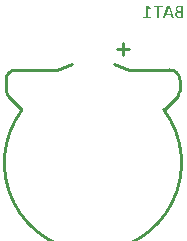
<source format=gbo>
G04*
G04 #@! TF.GenerationSoftware,Altium Limited,Altium Designer,18.1.2 (67)*
G04*
G04 Layer_Color=32896*
%FSLAX25Y25*%
%MOIN*%
G70*
G01*
G75*
%ADD16C,0.01000*%
G36*
X253507Y177321D02*
X253312Y176856D01*
X252334Y177384D01*
Y174407D01*
X253382D01*
Y173900D01*
X250821D01*
Y174407D01*
X251730D01*
Y178001D01*
X252216D01*
X253507Y177321D01*
D02*
G37*
G36*
X264000Y173900D02*
X262952D01*
X262820Y173907D01*
X262695Y173914D01*
X262584Y173928D01*
X262487Y173942D01*
X262411Y173956D01*
X262348Y173962D01*
X262314Y173976D01*
X262300D01*
X262189Y174011D01*
X262091Y174046D01*
X262008Y174087D01*
X261932Y174129D01*
X261876Y174157D01*
X261828Y174185D01*
X261800Y174205D01*
X261793Y174212D01*
X261717Y174275D01*
X261654Y174337D01*
X261599Y174407D01*
X261557Y174462D01*
X261522Y174518D01*
X261495Y174559D01*
X261481Y174587D01*
X261474Y174594D01*
X261432Y174684D01*
X261404Y174774D01*
X261384Y174865D01*
X261370Y174941D01*
X261363Y175017D01*
X261356Y175073D01*
Y175108D01*
Y175121D01*
X261370Y175260D01*
X261377Y175323D01*
X261391Y175378D01*
X261404Y175420D01*
X261411Y175455D01*
X261425Y175475D01*
Y175482D01*
X261481Y175600D01*
X261508Y175649D01*
X261536Y175690D01*
X261557Y175718D01*
X261578Y175746D01*
X261592Y175760D01*
X261599Y175767D01*
X261682Y175850D01*
X261765Y175906D01*
X261800Y175933D01*
X261828Y175947D01*
X261849Y175961D01*
X261856D01*
X261967Y176010D01*
X262064Y176044D01*
X262105Y176051D01*
X262140Y176058D01*
X262161Y176065D01*
X262168D01*
X262043Y176114D01*
X261939Y176169D01*
X261849Y176232D01*
X261779Y176287D01*
X261731Y176336D01*
X261689Y176378D01*
X261668Y176412D01*
X261661Y176419D01*
X261606Y176509D01*
X261571Y176607D01*
X261543Y176704D01*
X261522Y176794D01*
X261508Y176870D01*
X261502Y176933D01*
Y176974D01*
Y176981D01*
Y176988D01*
X261508Y177078D01*
X261515Y177162D01*
X261557Y177314D01*
X261627Y177446D01*
X261710Y177564D01*
X261814Y177662D01*
X261925Y177738D01*
X262050Y177807D01*
X262175Y177856D01*
X262300Y177897D01*
X262425Y177925D01*
X262536Y177953D01*
X262640Y177967D01*
X262723Y177974D01*
X262792Y177981D01*
X264000D01*
Y173900D01*
D02*
G37*
G36*
X260946D02*
X260370D01*
X260086Y174788D01*
X258379D01*
X258094Y173900D01*
X257490D01*
X258830Y177981D01*
X259593D01*
X260946Y173900D01*
D02*
G37*
G36*
X257185Y177509D02*
X255977D01*
Y173900D01*
X255415D01*
Y177509D01*
X254208D01*
Y177981D01*
X257185D01*
Y177509D01*
D02*
G37*
%LPC*%
G36*
X263445D02*
X262792D01*
X262716Y177502D01*
X262647Y177495D01*
X262591Y177488D01*
X262543Y177474D01*
X262508Y177467D01*
X262487Y177460D01*
X262480D01*
X262425Y177439D01*
X262376Y177419D01*
X262328Y177398D01*
X262293Y177377D01*
X262265Y177356D01*
X262244Y177342D01*
X262237Y177335D01*
X262230Y177328D01*
X262168Y177266D01*
X262126Y177203D01*
X262112Y177183D01*
X262105Y177162D01*
X262098Y177148D01*
Y177141D01*
X262071Y177058D01*
X262064Y176988D01*
X262057Y176954D01*
Y176933D01*
Y176919D01*
Y176912D01*
X262064Y176794D01*
X262078Y176739D01*
X262085Y176697D01*
X262098Y176655D01*
X262112Y176627D01*
X262119Y176613D01*
Y176607D01*
X262175Y176523D01*
X262230Y176454D01*
X262272Y176412D01*
X262286Y176405D01*
X262293Y176398D01*
X262383Y176343D01*
X262466Y176308D01*
X262501Y176294D01*
X262529Y176280D01*
X262549Y176274D01*
X262557D01*
X262674Y176253D01*
X262730Y176246D01*
X262786D01*
X262827Y176239D01*
X263445D01*
Y177509D01*
D02*
G37*
G36*
Y175774D02*
X262799D01*
X262723Y175767D01*
X262654Y175760D01*
X262591Y175753D01*
X262543Y175739D01*
X262508Y175732D01*
X262480Y175725D01*
X262473D01*
X262348Y175684D01*
X262300Y175663D01*
X262251Y175635D01*
X262216Y175621D01*
X262189Y175600D01*
X262175Y175593D01*
X262168Y175586D01*
X262085Y175517D01*
X262029Y175455D01*
X262008Y175420D01*
X261994Y175399D01*
X261981Y175385D01*
Y175378D01*
X261939Y175281D01*
X261918Y175191D01*
X261911Y175156D01*
Y175128D01*
Y175108D01*
Y175101D01*
X261918Y174969D01*
X261946Y174858D01*
X261987Y174761D01*
X262029Y174684D01*
X262071Y174622D01*
X262112Y174580D01*
X262140Y174552D01*
X262147Y174545D01*
X262244Y174490D01*
X262355Y174448D01*
X262473Y174414D01*
X262591Y174393D01*
X262695Y174379D01*
X262744D01*
X262786Y174372D01*
X263445D01*
Y175774D01*
D02*
G37*
G36*
X259232Y177467D02*
X258538Y175288D01*
X259926D01*
X259232Y177467D01*
D02*
G37*
%LPD*%
D16*
X208414Y156646D02*
G03*
X205000Y153231I0J-3414D01*
G01*
Y149646D02*
G03*
X205707Y147939I2414J0D01*
G01*
X262293D02*
G03*
X263000Y149646I-1707J1707D01*
G01*
Y153231D02*
G03*
X259586Y156646I-3414J0D01*
G01*
X210378Y143362D02*
G03*
X257622Y143362I23622J-17717D01*
G01*
X222000Y156646D02*
X227000Y158646D01*
X208414Y156646D02*
X222000D01*
X205000Y149646D02*
Y153231D01*
X205707Y147938D02*
X209000Y144646D01*
X210000Y143646D01*
X258000D02*
X259000Y144646D01*
X262293Y147938D01*
X263000Y149646D02*
Y153231D01*
X246000Y156646D02*
X259586D01*
X241000Y158646D02*
X246000Y156646D01*
X244000Y161646D02*
Y165646D01*
X242000Y163646D02*
X246000D01*
M02*

</source>
